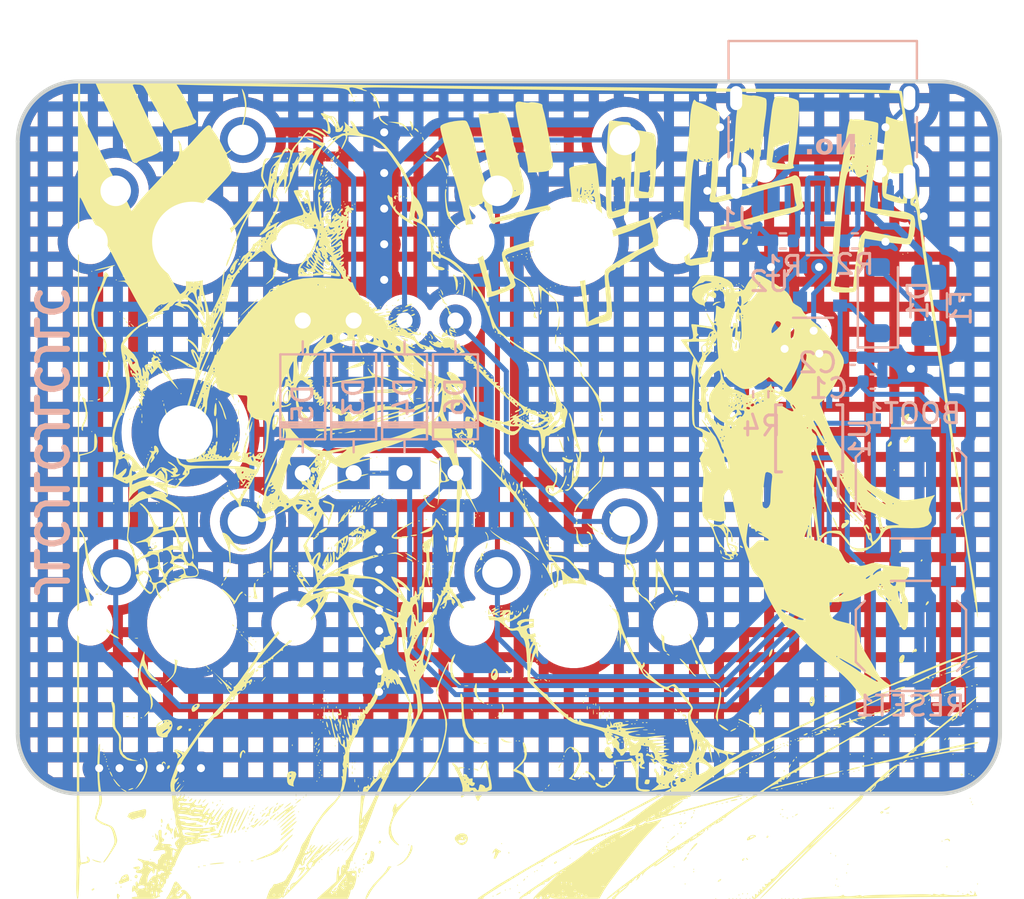
<source format=kicad_pcb>
(kicad_pcb (version 20240108) (generator "pcbnew") (generator_version "8.0")
  (layers (0 "F.Cu" signal) (31 "B.Cu" signal) (34 "B.Paste" user) (35 "F.Paste" user) (36 "B.SilkS" user "B.Silkscreen") (37 "F.SilkS" user "F.Silkscreen") (38 "B.Mask" user) (39 "F.Mask" user) (44 "Edge.Cuts" user))
  (net 0 "")
  (net 1 "+5V")
  (net 2 "+3V3")
  (net 3 "Net-(D1-A)")
  (net 4 "ROW0")
  (net 5 "Net-(D3-A)")
  (net 6 "VBUS")
  (net 7 "CC1")
  (net 8 "UDP")
  (net 9 "UDM")
  (net 10 "CC2")
  (net 11 "COL0")
  (net 12 "COL1")
  (net 13 "BOOT")
  (net 14 "RST")
  (net 15 "Net-(D4-A)")
  (net 16 "Net-(D5-A)")
  (net 17 "Net-(D6-A)")
  (net 18 "GND")
  (net 19 "ROW1")
  (footprint "LOGO" (layer "F.Cu") (at 113.538 53.594)
    (property "Reference" "G***" (hide yes))
    (property "Value" "LOGO" (hide yes))
  )
  (footprint "PCM_marbastlib-mx_1:SW_MX_1u" (layer "F.Cu") (at 115.8875 60.325)
    (property "Reference" "MX4" (hide yes))
    (property "Value" "MX-NoLED")
    (pad "" np_thru_hole circle (at -5.08 0) (size 1.75 1.75) (drill 1.75) (layers "*.Cu" "*.Mask"))
    (pad "" np_thru_hole circle (at 0 0) (size 3.9878 3.9878) (drill 3.9878) (layers "*.Cu" "*.Mask"))
    (pad "" np_thru_hole circle (at 5.08 0) (size 1.75 1.75) (drill 1.75) (layers "*.Cu" "*.Mask"))
    (pad "1" thru_hole circle (at -3.81 -2.54) (size 2.3 2.3) (drill 1.524) (layers "*.Cu" "B.Mask") (net 12 "COL1"))
    (pad "2" thru_hole circle (at 2.54 -5.08) (size 2.3 2.3) (drill 1.524) (layers "*.Cu" "B.Mask") (net 17 "Net-(D6-A)"))
  )
  (footprint "PCM_marbastlib-mx_1:SW_MX_1u" (layer "F.Cu") (at 96.8375 60.325)
    (property "Reference" "MX3" (hide yes))
    (property "Value" "MX-NoLED")
    (pad "" np_thru_hole circle (at -5.08 0) (size 1.75 1.75) (drill 1.75) (layers "*.Cu" "*.Mask"))
    (pad "" np_thru_hole circle (at 0 0) (size 3.9878 3.9878) (drill 3.9878) (layers "*.Cu" "*.Mask"))
    (pad "" np_thru_hole circle (at 5.08 0) (size 1.75 1.75) (drill 1.75) (layers "*.Cu" "*.Mask"))
    (pad "1" thru_hole circle (at -3.81 -2.54) (size 2.3 2.3) (drill 1.524) (layers "*.Cu" "B.Mask") (net 11 "COL0"))
    (pad "2" thru_hole circle (at 2.54 -5.08) (size 2.3 2.3) (drill 1.524) (layers "*.Cu" "B.Mask") (net 16 "Net-(D5-A)"))
  )
  (footprint "MountingHole:MountingHole_2.7mm_M2.5_Pad" (layer "F.Cu") (at 96.52 50.8)
    (property "Reference" "H1" (hide yes))
    (property "Value" "MountingHole_Pad")
    (pad "1" thru_hole circle (at 0 0) (size 5.4 5.4) (drill 2.7) (layers "*.Cu" "*.Mask") (net 18 "GND"))
  )
  (footprint "PCM_marbastlib-mx_1:SW_MX_1u" (layer "F.Cu") (at 115.8875 41.275)
    (property "Reference" "MX2" (hide yes))
    (property "Value" "MX-NoLED")
    (pad "" np_thru_hole circle (at -5.08 0) (size 1.75 1.75) (drill 1.75) (layers "*.Cu" "*.Mask"))
    (pad "" np_thru_hole circle (at 0 0) (size 3.9878 3.9878) (drill 3.9878) (layers "*.Cu" "*.Mask"))
    (pad "" np_thru_hole circle (at 5.08 0) (size 1.75 1.75) (drill 1.75) (layers "*.Cu" "*.Mask"))
    (pad "1" thru_hole circle (at -3.81 -2.54) (size 2.3 2.3) (drill 1.524) (layers "*.Cu" "B.Mask") (net 12 "COL1"))
    (pad "2" thru_hole circle (at 2.54 -5.08) (size 2.3 2.3) (drill 1.524) (layers "*.Cu" "B.Mask") (net 15 "Net-(D4-A)"))
  )
  (footprint "PCM_marbastlib-mx_1:SW_MX_1u" (layer "F.Cu") (at 96.8375 41.275)
    (property "Reference" "MX1" (hide yes))
    (property "Value" "MX-NoLED")
    (pad "" np_thru_hole circle (at -5.08 0) (size 1.75 1.75) (drill 1.75) (layers "*.Cu" "*.Mask"))
    (pad "" np_thru_hole circle (at 0 0) (size 3.9878 3.9878) (drill 3.9878) (layers "*.Cu" "*.Mask"))
    (pad "" np_thru_hole circle (at 5.08 0) (size 1.75 1.75) (drill 1.75) (layers "*.Cu" "*.Mask"))
    (pad "1" thru_hole circle (at -3.81 -2.54) (size 2.3 2.3) (drill 1.524) (layers "*.Cu" "B.Mask") (net 11 "COL0"))
    (pad "2" thru_hole circle (at 2.54 -5.08) (size 2.3 2.3) (drill 1.524) (layers "*.Cu" "B.Mask") (net 5 "Net-(D3-A)"))
  )
  (footprint "VyPrints:D_DO-35_SOD27_P7.62mm_Horizontal" (layer "B.Cu") (at 107.442 52.832 90)
    (property "Reference" "D4" (at 3.81 0 90) (layer "B.SilkS") (effects (justify mirror)))
    (property "Value" "1N4148")
    (pad "1" thru_hole rect (at 0 0 90) (size 1.6 1.6) (drill 0.8) (layers "*.Cu" "*.Mask") (net 4 "ROW0"))
    (pad "2" thru_hole oval (at 7.62 0 90) (size 1.6 1.6) (drill 0.8) (layers "*.Cu" "*.Mask") (net 15 "Net-(D4-A)"))
  )
  (footprint "Resistor_SMD:R_0402_1005Metric" (layer "B.Cu") (at 125.220001 48.895 -90)
    (property "Reference" "R4" (at 1.577978 -0.038526 180) (layer "B.SilkS") (effects (justify mirror)))
    (property "Value" "10k")
    (pad "1" smd roundrect (at -0.509999 0 270) (size 0.54 0.64) (layers "B.Cu" "B.Paste" "B.Mask") (net 8 "UDP"))
    (pad "2" smd roundrect (at 0.509999 0 270) (size 0.54 0.64) (layers "B.Cu" "B.Paste" "B.Mask") (net 13 "BOOT"))
  )
  (footprint "Button_Switch_SMD:SW_Push_1P1T_XKB_TS-1187A" (layer "B.Cu") (at 132.715 53.34 -90)
    (property "Reference" "BOOT1" (at -3.485228 -0.095916 180) (layer "B.SilkS") (effects (justify mirror)))
    (property "Value" "Switch")
    (pad "1" smd rect (at -3 1.875 270) (size 1 0.75) (layers "B.Cu" "B.Paste" "B.Mask") (net 13 "BOOT"))
    (pad "1" smd rect (at 3 1.875 270) (size 1 0.75) (layers "B.Cu" "B.Paste" "B.Mask") (net 13 "BOOT"))
    (pad "2" smd rect (at -3 -1.875 270) (size 1 0.75) (layers "B.Cu" "B.Paste" "B.Mask") (net 2 "+3V3"))
    (pad "2" smd rect (at 3 -1.875 270) (size 1 0.75) (layers "B.Cu" "B.Paste" "B.Mask") (net 2 "+3V3"))
  )
  (footprint "VyPrints:D_DO-35_SOD27_P7.62mm_Horizontal" (layer "B.Cu") (at 109.982 52.832 90)
    (property "Reference" "D6" (at 3.81 0 90) (layer "B.SilkS") (effects (justify mirror)))
    (property "Value" "1N4148")
    (pad "1" thru_hole rect (at 0 0 90) (size 1.6 1.6) (drill 0.8) (layers "*.Cu" "*.Mask") (net 19 "ROW1"))
    (pad "2" thru_hole oval (at 7.62 0 90) (size 1.6 1.6) (drill 0.8) (layers "*.Cu" "*.Mask") (net 17 "Net-(D6-A)"))
  )
  (footprint "VyPrints:D_DO-35_SOD27_P7.62mm_Horizontal" (layer "B.Cu") (at 104.902 52.832 90)
    (property "Reference" "D3" (at 3.81 0 90) (layer "B.SilkS") (effects (justify mirror)))
    (property "Value" "1N4148")
    (pad "1" thru_hole rect (at 0 0 90) (size 1.6 1.6) (drill 0.8) (layers "*.Cu" "*.Mask") (net 4 "ROW0"))
    (pad "2" thru_hole oval (at 7.62 0 90) (size 1.6 1.6) (drill 0.8) (layers "*.Cu" "*.Mask") (net 5 "Net-(D3-A)"))
  )
  (footprint "Package_TO_SOT_SMD:SOT-143" (layer "B.Cu") (at 128.180994 43.514156)
    (property "Reference" "U2" (at -2.54 -0.254 0) (layer "B.SilkS") (effects (justify mirror)))
    (property "Value" "PRTR5V0U2X")
    (pad "1" smd rect (at -1 0.75) (size 0.7 1) (layers "B.Cu" "B.Paste" "B.Mask") (net 18 "GND"))
    (pad "2" smd rect (at -1 -0.95) (size 0.7 0.6) (layers "B.Cu" "B.Paste" "B.Mask") (net 9 "UDM"))
    (pad "3" smd rect (at 1 -0.95) (size 0.7 0.6) (layers "B.Cu" "B.Paste" "B.Mask") (net 8 "UDP"))
    (pad "4" smd rect (at 1 0.95) (size 0.7 0.6) (layers "B.Cu" "B.Paste" "B.Mask") (net 1 "+5V"))
  )
  (footprint "VyPrints:D_DO-35_SOD27_P7.62mm_Horizontal" (layer "B.Cu") (at 102.362 52.832 90)
    (property "Reference" "D5" (at 3.46075 0 90) (layer "B.SilkS") (effects (justify mirror)))
    (property "Value" "1N4148")
    (pad "1" thru_hole rect (at 0 0 90) (size 1.6 1.6) (drill 0.8) (layers "*.Cu" "*.Mask") (net 19 "ROW1"))
    (pad "2" thru_hole oval (at 7.62 0 90) (size 1.6 1.6) (drill 0.8) (layers "*.Cu" "*.Mask") (net 16 "Net-(D5-A)"))
  )
  (footprint "Diode_SMD:D_SOD-123" (layer "B.Cu") (at 131.064 44.195 90)
    (property "Reference" "D1" (at 0 2 -90) (layer "B.SilkS") (effects (justify mirror)))
    (property "Value" "PMEG2010EA")
    (pad "1" smd roundrect (at -1.65 0 90) (size 0.9 1.2) (layers "B.Cu" "B.Paste" "B.Mask") (net 1 "+5V"))
    (pad "2" smd roundrect (at 1.65 0 90) (size 0.9 1.2) (layers "B.Cu" "B.Paste" "B.Mask") (net 3 "Net-(D1-A)"))
  )
  (footprint "Button_Switch_SMD:SW_Push_1P1T_XKB_TS-1187A" (layer "B.Cu") (at 132.715 60.96 -90)
    (property "Reference" "RESET1" (at 3.498161 0.030538 180) (layer "B.SilkS") (effects (justify mirror)))
    (property "Value" "Switch")
    (pad "1" smd rect (at -3 1.875 270) (size 1 0.75) (layers "B.Cu" "B.Paste" "B.Mask") (net 14 "RST"))
    (pad "1" smd rect (at 3 1.875 270) (size 1 0.75) (layers "B.Cu" "B.Paste" "B.Mask") (net 14 "RST"))
    (pad "2" smd rect (at -3 -1.875 270) (size 1 0.75) (layers "B.Cu" "B.Paste" "B.Mask") (net 2 "+3V3"))
    (pad "2" smd rect (at 3 -1.875 270) (size 1 0.75) (layers "B.Cu" "B.Paste" "B.Mask") (net 2 "+3V3"))
  )
  (footprint "Fuse:Fuse_1206_3216Metric" (layer "B.Cu") (at 133.604 44.45 90)
    (property "Reference" "F1" (at -0.124445 1.61589 -90) (layer "B.SilkS") (effects (justify mirror)))
    (property "Value" "500mA")
    (pad "1" smd roundrect (at -1.4 0 90) (size 1.25 1.75) (layers "B.Cu" "B.Paste" "B.Mask") (roundrect_rratio 0.2) (net 3 "Net-(D1-A)"))
    (pad "2" smd roundrect (at 1.4 0 90) (size 1.25 1.75) (layers "B.Cu" "B.Paste" "B.Mask") (roundrect_rratio 0.2) (net 6 "VBUS"))
  )
  (footprint "fingerpunch:USB_C_Receptacle_HRO_TYPE-C-31-M-12" (layer "B.Cu") (at 128.311985 35.154665)
    (property "Reference" "J1" (at -4.359985 4.977335 180) (layer "B.SilkS") (effects (justify mirror)))
    (property "Value" "USB_C_Receptacle_USB2.0")
    (pad "" np_thru_hole circle (at -2.89 2.6) (size 0.65 0.65) (drill 0.65) (layers "*.Cu" "*.Mask"))
    (pad "" np_thru_hole circle (at 2.89 2.6) (size 0.65 0.65) (drill 0.65) (layers "*.Cu" "*.Mask"))
    (pad "A1" smd rect (at -3.25 4.045) (size 0.6 1.45) (layers "B.Cu" "B.Paste" "B.Mask") (net 18 "GND"))
    (pad "A4" smd rect (at -2.45 4.045) (size 0.6 1.45) (layers "B.Cu" "B.Paste" "B.Mask") (net 6 "VBUS"))
    (pad "A5" smd rect (at -1.25 4.045) (size 0.3 1.45) (layers "B.Cu" "B.Paste" "B.Mask") (net 7 "CC1"))
    (pad "A6" smd rect (at -0.25 4.045) (size 0.3 1.45) (layers "B.Cu" "B.Paste" "B.Mask") (net 8 "UDP"))
    (pad "A7" smd rect (at 0.25 4.045) (size 0.3 1.45) (layers "B.Cu" "B.Paste" "B.Mask") (net 9 "UDM"))
    (pad "A8" smd rect (at 1.25 4.045) (size 0.3 1.45) (layers "B.Cu" "B.Paste" "B.Mask"))
    (pad "A9" smd rect (at 2.45 4.045) (size 0.6 1.45) (layers "B.Cu" "B.Paste" "B.Mask") (net 6 "VBUS"))
    (pad "A12" smd rect (at 3.25 4.045) (size 0.6 1.45) (layers "B.Cu" "B.Paste" "B.Mask") (net 18 "GND"))
    (pad "B1" smd rect (at 3.25 4.045) (size 0.6 1.45) (layers "B.Cu" "B.Paste" "B.Mask") (net 18 "GND"))
    (pad "B4" smd rect (at 2.45 4.045) (size 0.6 1.45) (layers "B.Cu" "B.Paste" "B.Mask") (net 6 "VBUS"))
    (pad "B5" smd rect (at 1.75 4.045) (size 0.3 1.45) (layers "B.Cu" "B.Paste" "B.Mask") (net 10 "CC2"))
    (pad "B6" smd rect (at 0.75 4.045) (size 0.3 1.45) (layers "B.Cu" "B.Paste" "B.Mask") (net 8 "UDP"))
    (pad "B7" smd rect (at -0.75 4.045) (size 0.3 1.45) (layers "B.Cu" "B.Paste" "B.Mask") (net 9 "UDM"))
    (pad "B8" smd rect (at -1.75 4.045) (size 0.3 1.45) (layers "B.Cu" "B.Paste" "B.Mask"))
    (pad "B9" smd rect (at -2.45 4.045) (size 0.6 1.45) (layers "B.Cu" "B.Paste" "B.Mask") (net 6 "VBUS"))
    (pad "B12" smd rect (at -3.25 4.045) (size 0.6 1.45) (layers "B.Cu" "B.Paste" "B.Mask") (net 18 "GND"))
    (pad "S1" thru_hole oval (at -4.32 -1.05) (size 1 1.6) (drill oval 0.6 1.2) (layers "*.Cu" "*.Mask") (net 18 "GND"))
    (pad "S1" thru_hole oval (at -4.32 3.13) (size 1 2.1) (drill oval 0.6 1.7) (layers "*.Cu" "*.Mask") (net 18 "GND"))
    (pad "S1" thru_hole oval (at 4.32 -1.05) (size 1 1.6) (drill oval 0.6 1.2) (layers "*.Cu" "*.Mask") (net 18 "GND"))
    (pad "S1" thru_hole oval (at 4.32 3.13) (size 1 2.1) (drill oval 0.6 1.7) (layers "*.Cu" "*.Mask") (net 18 "GND"))
  )
  (footprint "Package_SO:MSOP-10_3x3mm_P0.5mm" (layer "B.Cu") (at 127.635 51.095 90)
    (property "Reference" "U1" (at 0 2.54 -90) (layer "B.SilkS") (effects (justify mirror)))
    (property "Value" "CH552E")
    (pad "1" smd rect (at -2.2 1 90) (size 1.4 0.3) (layers "B.Cu" "B.Paste" "B.Mask") (net 11 "COL0"))
    (pad "2" smd rect (at -2.2 0.5 90) (size 1.4 0.3) (layers "B.Cu" "B.Paste" "B.Mask") (net 4 "ROW0"))
    (pad "3" smd rect (at -2.2 0 90) (size 1.4 0.3) (layers "B.Cu" "B.Paste" "B.Mask") (net 19 "ROW1"))
    (pad "4" smd rect (at -2.2 -0.5 90) (size 1.4 0.3) (layers "B.Cu" "B.Paste" "B.Mask") (net 12 "COL1"))
    (pad "5" smd rect (at -2.2 -1 90) (size 1.4 0.3) (layers "B.Cu" "B.Paste" "B.Mask") (net 14 "RST"))
    (pad "6" smd rect (at 2.2 -1 90) (size 1.4 0.3) (layers "B.Cu" "B.Paste" "B.Mask") (net 8 "UDP"))
    (pad "7" smd rect (at 2.2 -0.5 90) (size 1.4 0.3) (layers "B.Cu" "B.Paste" "B.Mask") (net 9 "UDM"))
    (pad "8" smd rect (at 2.2 0 90) (size 1.4 0.3) (layers "B.Cu" "B.Paste" "B.Mask") (net 18 "GND"))
    (pad "9" smd rect (at 2.2 0.5 90) (size 1.4 0.3) (layers "B.Cu" "B.Paste" "B.Mask") (net 1 "+5V"))
    (pad "10" smd rect (at 2.2 1 90) (size 1.4 0.3) (layers "B.Cu" "B.Paste" "B.Mask") (net 2 "+3V3"))
  )
  (footprint "Capacitor_SMD:C_0402_1005Metric" (layer "B.Cu") (at 129.80753 47.065908)
    (property "Reference" "C2" (at -1.75 0.254 0) (layer "B.SilkS") (effects (justify mirror)))
    (property "Value" "100nF")
    (pad "1" smd roundrect (at -0.48 0) (size 0.56 0.62) (layers "B.Cu" "B.Paste" "B.Mask") (net 1 "+5V"))
    (pad "2" smd roundrect (at 0.48 0) (size 0.56 0.62) (layers "B.Cu" "B.Paste" "B.Mask") (net 18 "GND"))
  )
  (footprint "Resistor_SMD:R_0402_1005Metric" (layer "B.Cu") (at 129.914888 41.235929)
    (property "Reference" "R2" (at 0 1.17 0) (layer "B.SilkS") (effects (justify mirror)))
    (property "Value" "5.1k")
    (pad "1" smd roundrect (at -0.51 0) (size 0.54 0.64) (layers "B.Cu" "B.Paste" "B.Mask") (net 10 "CC2"))
    (pad "2" smd roundrect (at 0.51 0) (size 0.54 0.64) (layers "B.Cu" "B.Paste" "B.Mask") (net 18 "GND"))
  )
  (footprint "Capacitor_SMD:C_0402_1005Metric" (layer "B.Cu") (at 130.81 48.26)
    (property "Reference" "C1" (at -2.207743 0.342796 180) (layer "B.SilkS") (effects (justify mirror)))
    (property "Value" "100nF")
    (pad "1" smd roundrect (at -0.48 0) (size 0.56 0.62) (layers "B.Cu" "B.Paste" "B.Mask") (net 2 "+3V3"))
    (pad "2" smd roundrect (at 0.48 0) (size 0.56 0.62) (layers "B.Cu" "B.Paste" "B.Mask") (net 18 "GND"))
  )
  (footprint "Resistor_SMD:R_0402_1005Metric" (layer "B.Cu") (at 126.328653 41.235929 180)
    (property "Reference" "R1" (at 0 -1.268 0) (layer "B.SilkS") (effects (justify mirror)))
    (property "Value" "5.1k")
    (pad "1" smd roundrect (at -0.51 0 180) (size 0.54 0.64) (layers "B.Cu" "B.Paste" "B.Mask") (net 7 "CC1"))
    (pad "2" smd roundrect (at 0.51 0 180) (size 0.54 0.64) (layers "B.Cu" "B.Paste" "B.Mask") (net 18 "GND"))
  )
  (gr_line (start 88.138 65.834) (end 88.138 36.274) (stroke (width 0.2)) (layer "Edge.Cuts"))
  (gr_line (start 134.16 68.834) (end 91.138 68.834) (stroke (width 0.2)) (layer "Edge.Cuts"))
  (gr_arc (start 88.138 36.274) (mid 89.01668 34.15268) (end 91.138 33.274) (stroke (width 0.2)) (layer "Edge.Cuts"))
  (gr_arc (start 91.138 68.834) (mid 89.01668 67.95532) (end 88.138 65.834) (stroke (width 0.2)) (layer "Edge.Cuts"))
  (gr_line (start 137.16 36.274) (end 137.16 65.834) (stroke (width 0.2)) (layer "Edge.Cuts"))
  (gr_line (start 91.138 33.274) (end 134.16 33.274) (stroke (width 0.2)) (layer "Edge.Cuts"))
  (gr_arc (start 134.16 33.274) (mid 136.28132 34.15268) (end 137.16 36.274) (stroke (width 0.2)) (layer "Edge.Cuts"))
  (gr_arc (start 137.16 65.834) (mid 136.28132 67.955322) (end 134.159999 68.834001) (stroke (width 0.2)) (layer "Edge.Cuts"))
  (gr_text "JLCJLCJLCJLC" (at 88.9 59.182 -90) (layer "B.SilkS") (effects (font (size 1.5 1.5) (thickness 0.3) (bold yes)) (justify left bottom mirror)))
  (gr_text "No." (at 130.048 37.084 0) (layer "B.SilkS") (effects (font (size 1 1) (thickness 0.25) (bold yes)) (justify left bottom mirror)))
  (segment (start 129.683156 44.464156) (end 129.180994 44.464156) (width 0.25) (layer "B.Cu") (net 1))
  (segment (start 128.135 47.895) (end 128.135 48.895) (width 0.25) (layer "B.Cu") (net 1))
  (segment (start 131.064 45.845) (end 129.683156 44.464156) (width 0.25) (layer "B.Cu") (net 1))
  (segment (start 129.180994 44.464156) (end 129.180994 46.919372) (width 0.25) (layer "B.Cu") (net 1))
  (segment (start 129.32753 47.065908) (end 128.964092 47.065908) (width 0.25) (layer "B.Cu") (net 1))
  (segment (start 128.964092 47.065908) (end 128.135 47.895) (width 0.25) (layer "B.Cu") (net 1))
  (segment (start 129.180994 46.919372) (end 129.32753 47.065908) (width 0.25) (layer "B.Cu") (net 1))
  (segment (start 133.145 48.895) (end 134.59 50.34) (width 0.25) (layer "B.Cu") (net 2))
  (segment (start 128.635 48.895) (end 129.695 48.895) (width 0.25) (layer "B.Cu") (net 2))
  (segment (start 130.33 48.26) (end 130.33 48.569999) (width 0.25) (layer "B.Cu") (net 2))
  (segment (start 130.33 48.569999) (end 130.655001 48.895) (width 0.25) (layer "B.Cu") (net 2))
  (segment (start 129.695 48.895) (end 130.33 48.26) (width 0.25) (layer "B.Cu") (net 2))
  (segment (start 130.655001 48.895) (end 133.145 48.895) (width 0.25) (layer "B.Cu") (net 2))
  (segment (start 134.59 50.34) (end 134.59 63.96) (width 0.25) (layer "B.Cu") (net 2))
  (segment (start 133.604 45.85) (end 133.604 45.085) (width 0.25) (layer "B.Cu") (net 3))
  (segment (start 133.604 45.085) (end 131.064 42.545) (width 0.25) (layer "B.Cu") (net 3))
  (segment (start 123.431604 63.892) (end 128.135 59.188604) (width 0.25) (layer "B.Cu") (net 4))
  (segment (start 107.696 61.596396) (end 107.696 53.086) (width 0.25) (layer "B.Cu") (net 4))
  (segment (start 104.902 52.832) (end 107.442 52.832) (width 0.25) (layer "B.Cu") (net 4))
  (segment (start 109.991604 63.892) (end 107.696 61.596396) (width 0.25) (layer "B.Cu") (net 4))
  (segment (start 123.431604 63.892) (end 109.991604 63.892) (width 0.25) (layer "B.Cu") (net 4))
  (segment (start 128.135 59.188604) (end 128.135 53.295) (width 0.25) (layer "B.Cu") (net 4))
  (segment (start 104.902 38.1) (end 102.997 36.195) (width 0.25) (layer "B.Cu") (net 5))
  (segment (start 104.902 45.212) (end 104.902 38.1) (width 0.25) (layer "B.Cu") (net 5))
  (segment (start 102.997 36.195) (end 99.3775 36.195) (width 0.25) (layer "B.Cu") (net 5))
  (segment (start 133.604 42.164) (end 133.604 43.05) (width 0.35) (layer "B.Cu") (net 6))
  (segment (start 130.72 38.403949) (end 130.72 39.915) (width 0.35) (layer "B.Cu") (net 6))
  (segment (start 131.305 40.5) (end 131.94 40.5) (width 0.35) (layer "B.Cu") (net 6))
  (segment (start 125.82 38.474) (end 126.702 37.592) (width 0.35) (layer "B.Cu") (net 6))
  (segment (start 126.702 37.592) (end 129.908051 37.592) (width 0.35) (layer "B.Cu") (net 6))
  (segment (start 130.72 39.915) (end 131.305 40.5) (width 0.35) (layer "B.Cu") (net 6))
  (segment (start 129.908051 37.592) (end 130.72 38.403949) (width 0.35) (layer "B.Cu") (net 6))
  (segment (start 125.82 39.299) (end 125.82 38.474) (width 0.35) (layer "B.Cu") (net 6))
  (segment (start 131.94 40.5) (end 133.604 42.164) (width 0.35) (layer "B.Cu") (net 6))
  (segment (start 127.061985 41.012597) (end 127.061985 39.199665) (width 0.25) (layer "B.Cu") (net 7))
  (segment (start 126.838653 41.235929) (end 127.061985 41.012597) (width 0.25) (layer "B.Cu") (net 7))
  (segment (start 126.955 45.72) (end 126.41 46.265) (width 0.25) (layer "F.Cu") (net 8))
  (segment (start 127.86 45.72) (end 126.955 45.72) (width 0.25) (layer "F.Cu") (net 8))
  (segment (start 126.41 46.265) (end 126.41 46.625) (width 0.25) (layer "F.Cu") (net 8))
  (via (at 126.41 46.625) (size 0.8) (drill 0.4) (layers "F.Cu" "B.Cu") (net 8))
  (via (at 127.86 45.72) (size 0.8) (drill 0.4) (layers "F.Cu" "B.Cu") (net 8))
  (segment (start 126.41 46.625) (end 126.635 46.85) (width 0.25) (layer "B.Cu") (net 8))
  (segment (start 126.635 46.85) (end 126.635 48.895) (width 0.25) (layer "B.Cu") (net 8))
  (segment (start 126.125001 48.385001) (end 125.220001 48.385001) (width 0.25) (layer "B.Cu") (net 8))
  (segment (start 127.86 43.88515) (end 129.180994 42.564156) (width 0.25) (layer "B.Cu") (net 8))
  (segment (start 128.061985 40.365985) (end 128.082 40.386) (width 0.25) (layer "B.Cu") (net 8))
  (segment (start 128.082 41.465162) (end 129.180994 42.564156) (width 0.25) (layer "B.Cu") (net 8))
  (segment (start 129.061985 40.282015) (end 129.061985 39.199665) (width 0.25) (layer "B.Cu") (net 8))
  (segment (start 128.082 40.386) (end 128.082 41.465162) (width 0.25) (layer "B.Cu") (net 8))
  (segment (start 126.635 48.895) (end 126.125001 48.385001) (width 0.25) (layer "B.Cu") (net 8))
  (segment (start 128.958 40.386) (end 129.061985 40.282015) (width 0.25) (layer "B.Cu") (net 8))
  (segment (start 127.86 45.72) (end 127.86 43.88515) (width 0.25) (layer "B.Cu") (net 8))
  (segment (start 128.082 40.386) (end 128.958 40.386) (width 0.25) (layer "B.Cu") (net 8))
  (segment (start 128.061985 39.199665) (end 128.061985 40.365985) (width 0.25) (layer "B.Cu") (net 8))
  (segment (start 128.561985 39.199665) (end 128.561985 38.174665) (width 0.25) (layer "B.Cu") (net 9))
  (segment (start 127.180994 42.564156) (end 127.180994 42.364006) (width 0.25) (layer "B.Cu") (net 9))
  (segment (start 128.561985 38.174665) (end 128.48732 38.1) (width 0.25) (layer "B.Cu") (net 9))
  (segment (start 127.63665 38.1) (end 127.561985 38.174665) (width 0.25) (layer "B.Cu") (net 9))
  (segment (start 127.561985 38.174665) (end 127.561985 39.199665) (width 0.25) (layer "B.Cu") (net 9))
  (segment (start 127.135 45.718162) (end 126.505994 45.089156) (width 0.25) (layer "B.Cu") (net 9))
  (segment (start 126.505994 45.089156) (end 126.505994 43.239156) (width 0.25) (layer "B.Cu") (net 9))
  (segment (start 128.48732 38.1) (end 127.63665 38.1) (width 0.25) (layer "B.Cu") (net 9))
  (segment (start 127.561985 41.983015) (end 127.561985 39.199665) (width 0.25) (layer "B.Cu") (net 9))
  (segment (start 126.505994 43.239156) (end 127.180994 42.564156) (width 0.25) (layer "B.Cu") (net 9))
  (segment (start 127.135 48.895) (end 127.135 45.718162) (width 0.25) (layer "B.Cu") (net 9))
  (segment (start 127.180994 42.364006) (end 127.561985 41.983015) (width 0.25) (layer "B.Cu") (net 9))
  (segment (start 129.404888 41.235929) (end 130.061985 40.578832) (width 0.25) (layer "B.Cu") (net 10))
  (segment (start 130.061985 40.578832) (end 130.061985 39.199665) (width 0.25) (layer "B.Cu") (net 10))
  (segment (start 93.0275 38.735) (end 93.0275 57.785) (width 0.25) (layer "F.Cu") (net 11))
  (segment (start 128.635 59.325) (end 128.635 53.295) (width 0.25) (layer "B.Cu") (net 11))
  (segment (start 96.229 64.479) (end 93.0275 61.2775) (width 0.25) (layer "B.Cu") (net 11))
  (segment (start 123.481 64.479) (end 128.635 59.325) (width 0.25) (layer "B.Cu") (net 11))
  (segment (start 93.0275 61.2775) (end 93.0275 57.785) (width 0.25) (layer "B.Cu") (net 11))
  (segment (start 123.481 64.479) (end 96.229 64.479) (width 0.25) (layer "B.Cu") (net 11))
  (segment (start 112.0775 38.735) (end 112.0775 57.785) (width 0.25) (layer "F.Cu") (net 12))
  (segment (start 112.0775 61.0235) (end 112.0775 57.785) (width 0.25) (layer "B.Cu") (net 12))
  (segment (start 123.058812 62.992) (end 114.046 62.992) (width 0.25) (layer "B.Cu") (net 12))
  (segment (start 114.046 62.992) (end 112.0775 61.0235) (width 0.25) (layer "B.Cu") (net 12))
  (segment (start 127.135 58.915812) (end 127.135 53.295) (width 0.25) (layer "B.Cu") (net 12))
  (segment (start 123.058812 62.992) (end 127.135 58.915812) (width 0.25) (layer "B.Cu") (net 12))
  (segment (start 130.84 50.34) (end 130.84 56.34) (width 0.25) (layer "B.Cu") (net 13))
  (segment (start 125.220001 49.404999) (end 126.155002 50.34) (width 0.25) (layer "B.Cu") (net 13))
  (segment (start 126.155002 50.34) (end 130.84 50.34) (width 0.25) (layer "B.Cu") (net 13))
  (segment (start 126.635 52.295) (end 126.635 53.295) (width 0.25) (layer "B.Cu") (net 14))
  (segment (start 130.84 57.96) (end 129.54 56.66) (width 0.25) (layer "B.Cu") (net 14))
  (segment (start 129.54 52.705) (end 128.905 52.07) (width 0.25) (layer "B.Cu") (net 14))
  (segment (start 126.86 52.07) (end 126.635 52.295) (width 0.25) (layer "B.Cu") (net 14))
  (segment (start 128.905 52.07) (end 126.86 52.07) (width 0.25) (layer "B.Cu") (net 14))
  (segment (start 130.84 63.96) (end 130.84 57.96) (width 0.25) (layer "B.Cu") (net 14))
  (segment (start 129.54 56.66) (end 129.54 52.705) (width 0.25) (layer "B.Cu") (net 14))
  (segment (start 107.442 45.212) (end 107.442 38.1) (width 0.25) (layer "B.Cu") (net 15))
  (segment (start 107.442 38.1) (end 109.347 36.195) (width 0.25) (layer "B.Cu") (net 15))
  (segment (start 109.347 36.195) (end 118.4275 36.195) (width 0.25) (layer "B.Cu") (net 15))
  (segment (start 102.362 45.212) (end 99.822 47.752) (width 0.25) (layer "B.Cu") (net 16))
  (segment (start 99.822 47.752) (end 99.822 54.8005) (width 0.25) (layer "B.Cu") (net 16))
  (segment (start 115.951 55.245) (end 118.4275 55.245) (width 0.25) (layer "B.Cu") (net 17))
  (segment (start 112.522 47.752) (end 112.522 51.816) (width 0.25) (layer "B.Cu") (net 17))
  (segment (start 112.522 51.816) (end 115.951 55.245) (width 0.25) (layer "B.Cu") (net 17))
  (segment (start 109.982 45.212) (end 112.522 47.752) (width 0.25) (layer "B.Cu") (net 17))
  (segment (start 131.445 41.275) (end 130.18127 42.53873) (width 0.25) (layer "F.Cu") (net 18))
  (segment (start 130.18127 42.53873) (end 125.73627 42.53873) (width 0.25) (layer "F.Cu") (net 18))
  (segment (start 125.73627 42.53873) (end 125.73 42.545) (width 0.25) (layer "F.Cu") (net 18))
  (via (at 128.130262 42.53873) (size 0.8) (drill 0.4) (layers "F.Cu" "B.Cu") (net 18))
  (via (at 106.172 61.722) (size 0.8) (drill 0.4) (layers "F.Cu" "B.Cu") (net 18))
  (via (at 106.426 39.624) (size 0.8) (drill 0.4) (layers "F.Cu" "B.Cu") (net 18))
  (via (at 106.172 58.674) (size 0.8) (drill 0.4) (layers "F.Cu" "B.Cu") (net 18))
  (via (at 95.25 67.564) (size 0.8) (drill 0.4) (layers "F.Cu" "B.Cu") (net 18))
  (via (at 93.218 67.564) (size 0.8) (drill 0.4) (layers "F.Cu" "B.Cu") (net 18))
  (via (at 131.445 35.56) (size 0.8) (drill 0.4) (layers "F.Cu" "B.Cu") (net 18))
  (via (at 128.142347 46.862347) (size 0.8) (drill 0.4) (layers "F.Cu" "B.Cu") (net 18))
  (via (at 132.715 47.625) (size 0.8) (drill 0.4) (layers "F.Cu" "B.Cu") (net 18))
  (via (at 106.426 37.846) (size 0.8) (drill 0.4) (layers "F.Cu" "B.Cu") (net 18))
  (via (at 106.172 57.658) (size 0.8) (drill 0.4) (layers "F.Cu" "B.Cu") (net 18))
  (via (at 106.426 35.814) (size 0.8) (drill 0.4) (layers "F.Cu" "B.Cu") (net 18))
  (via (at 131.445 41.275) (size 0.8) (drill 0.4) (layers "F.Cu" "B.Cu") (net 18))
  (via (at 133.35 40.005) (size 0.8) (drill 0.4) (layers "F.Cu" "B.Cu") (net 18))
  (via (at 106.172 60.706) (size 0.8) (drill 0.4) (layers "F.Cu" "B.Cu") (net 18))
  (via (at 125.73 42.545) (size 0.8) (drill 0.4) (layers "F.Cu" "B.Cu") (net 18))
  (via (at 123.19 35.56) (size 0.8) (drill 0.4) (layers "F.Cu" "B.Cu") (net 18))
  (via (at 96.266 67.564) (size 0.8) (drill 0.4) (layers "F.Cu" "B.Cu") (net 18))
  (via (at 106.426 43.18) (size 0.8) (drill 0.4) (layers "F.Cu" "B.Cu") (net 18))
  (via (at 106.426 41.402) (size 0.8) (drill 0.4) (layers "F.Cu" "B.Cu") (net 18))
  (via (at 97.282 67.564) (size 0.8) (drill 0.4) (layers "F.Cu" "B.Cu") (net 18))
  (via (at 106.172 59.69) (size 0.8) (drill 0.4) (layers "F.Cu" "B.Cu") (net 18))
  (via (at 94.234 67.564) (size 0.8) (drill 0.4) (layers "F.Cu" "B.Cu") (net 18))
  (via (at 92.202 67.564) (size 0.8) (drill 0.4) (layers "F.Cu" "B.Cu") (net 18))
  (via (at 106.172 56.642) (size 0.8) (drill 0.4) (layers "F.Cu" "B.Cu") (net 18))
  (via (at 106.172 62.738) (size 0.8) (drill 0.4) (layers "F.Cu" "B.Cu") (net 18))
  (via (at 122.555 38.735) (size 0.8) (drill 0.4) (layers "F.Cu" "B.Cu") (net 18))
  (via (at 106.172 63.754) (size 0.8) (drill 0.4) (layers "F.Cu" "B.Cu") (net 18))
  (segment (start 132.631985 38.284665) (end 132.631985 39.286985) (width 0.25) (layer "B.Cu") (net 18))
  (segment (start 125.818653 41.235929) (end 125.061985 40.479261) (width 0.25) (layer "B.Cu") (net 18))
  (segment (start 125.061985 40.479261) (end 125.061985 39.199665) (width 0.25) (layer "B.Cu") (net 18))
  (segment (start 123.991985 38.284665) (end 123.005335 38.284665) (width 0.25) (layer "B.Cu") (net 18))
  (segment (start 131.405929 41.235929) (end 130.424888 41.235929) (width 0.25) (layer "B.Cu") (net 18))
  (segment (start 131.445 41.275) (end 131.405929 41.235929) (width 0.25) (layer "B.Cu") (net 18))
  (segment (start 127.180994 44.264156) (end 127.180994 43.850552) (width 0.25) (layer "B.Cu") (net 18))
  (segment (start 127.635 47.369694) (end 128.142347 46.862347) (width 0.25) (layer "B.Cu") (net 18))
  (segment (start 132.59 38.384) (end 131.675 39.299) (width 0.25) (layer "B.Cu") (net 18))
  (segment (start 125.73 41.324582) (end 125.818653 41.235929) (width 0.25) (layer "B.Cu") (net 18))
  (segment (start 131.29 48.068378) (end 131.29 48.26) (width 0.25) (layer "B.Cu") (net 18))
  (segment (start 127.180994 43.850552) (end 128.130262 42.901284) (width 0.25) (layer "B.Cu") (net 18))
  (segment (start 132.631985 34.373015) (end 131.445 35.56) (width 0.25) (layer "B.Cu") (net 18))
  (segment (start 123.95 38.08768) (end 123.95 34.204) (width 0.25) (layer "B.Cu") (net 18))
  (segment (start 132.631985 34.104665) (end 132.631985 34.373015) (width 0.25) (layer "B.Cu") (net 18))
  (segment (start 125.061985 39.199665) (end 123.95 38.08768) (width 0.25) (layer "B.Cu") (net 18))
  (segment (start 128.130262 42.901284) (end 128.130262 42.53873) (width 0.25) (layer "B.Cu") (net 18))
  (segment (start 123.95 34.204) (end 132.59 34.204) (width 0.25) (layer "B.Cu") (net 18))
  (segment (start 123.991985 34.758015) (end 123.19 35.56) (width 0.25) (layer "B.Cu") (net 18))
  (segment (start 132.08 48.26) (end 132.715 47.625) (width 0.25) (layer "B.Cu") (net 18))
  (segment (start 123.991985 34.104665) (end 123.991985 34.758015) (width 0.25) (layer "B.Cu") (net 18))
  (segment (start 132.631985 39.286985) (end 133.35 40.005) (width 0.25) (layer "B.Cu") (net 18))
  (segment (start 132.59 34.204) (end 132.59 38.384) (width 0.25) (layer "B.Cu") (net 18))
  (segment (start 127.635 48.895) (end 127.635 47.369694) (width 0.25) (layer "B.Cu") (net 18))
  (segment (start 123.005335 38.284665) (end 122.555 38.735) (width 0.25) (layer "B.Cu") (net 18))
  (segment (start 131.29 48.26) (end 132.08 48.26) (width 0.25) (layer "B.Cu") (net 18))
  (segment (start 130.28753 47.065908) (end 131.29 48.068378) (width 0.25) (layer "B.Cu") (net 18))
  (segment (start 125.73 42.545) (end 125.73 41.324582) (width 0.25) (layer "B.Cu") (net 18))
  (segment (start 102.362 52.832) (end 103.487 51.707) (width 0.25) (layer "F.Cu") (net 19))
  (segment (start 103.487 51.707) (end 108.857 51.707) (width 0.25) (layer "F.Cu") (net 19))
  (segment (start 108.857 51.707) (end 109.982 52.832) (width 0.25) (layer "F.Cu") (net 19))
  (segment (start 110.178 63.442) (end 108.204 61.468) (width 0.25) (layer "B.Cu") (net 19))
  (segment (start 108.204 54.61) (end 109.982 52.832) (width 0.25) (layer "B.Cu") (net 19))
  (segment (start 123.245208 63.442) (end 127.635 59.052208) (width 0.25) (layer "B.Cu") (net 19))
  (segment (start 123.245208 63.442) (end 110.178 63.442) (width 0.25) (layer "B.Cu") (net 19))
  (segment (start 108.204 61.468) (end 108.204 54.61) (width 0.25) (layer "B.Cu") (net 19))
  (segment (start 127.635 59.052208) (end 127.635 53.295) (width 0.25) (layer "B.Cu") (net 19))
  (zone (net 18) (net_name "GND") (layers "F&B.Cu") (connect_pads (clearance 0.5)) (min_thickness 0.25) (fill yes (mode hatch) (thermal_gap 0.5) (thermal_bridge_width 0.5) (hatch_thickness 0.5) (hatch_gap 0.75) (hatch_orientation 0) (hatch_border_algorithm hatch_thickness) (hatch_min_hole_area 0.3))
    (polygon (pts (xy 88.138 33.274) (xy 88.138 69.088) (xy 88.9 69.85) (xy 137.414 69.85) (xy 137.414 33.274) (xy 136.906 33.274)))
  )
)
</source>
